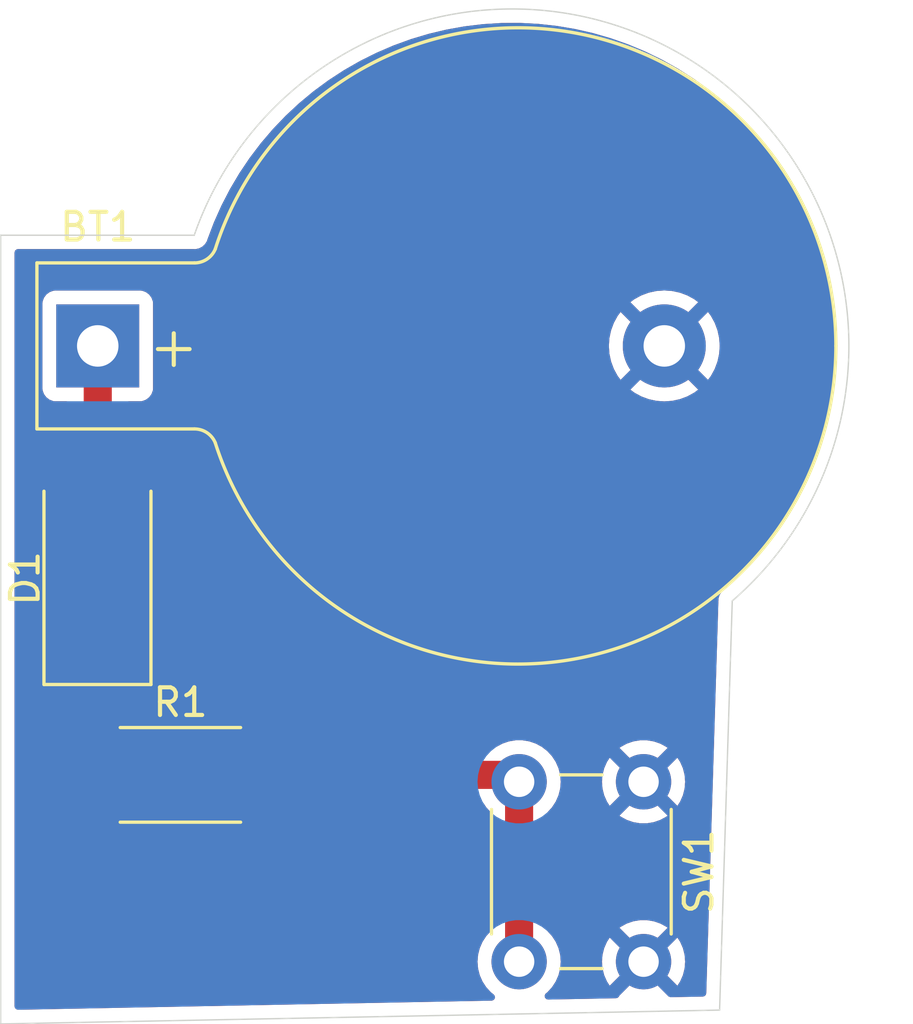
<source format=kicad_pcb>
(kicad_pcb (version 20240108) (generator "pcbnew") (generator_version "8.0")
  (layers (0 "F.Cu" signal) (31 "B.Cu" signal) (34 "B.Paste" user) (35 "F.Paste" user) (36 "B.SilkS" user "B.Silkscreen") (37 "F.SilkS" user "F.Silkscreen") (38 "B.Mask" user) (39 "F.Mask" user) (44 "Edge.Cuts" user))
  (net 0 "")
  (net 1 "Net-(BT1-+)")
  (net 2 "GND")
  (net 3 "Net-(D1-K)")
  (net 4 "Net-(SW1-B)")
  (footprint "Resistor_SMD:R_2512_6332Metric_Pad1.40x3.35mm_HandSolder" (layer "F.Cu") (at 135 101)
    (property "Reference" "R1" (at 0 -2.62 0) (layer "F.SilkS"))
    (property "Value" "R_US")
    (fp_line (start -2.177064 -1.71) (end 2.177064 -1.71) (stroke (width 0.12)) (layer "F.SilkS"))
    (fp_line (start -2.177064 1.71) (end 2.177064 1.71) (stroke (width 0.12)) (layer "F.SilkS"))
    (pad "1" smd roundrect (at -3.05 0) (size 1.4 3.35) (layers "F.Cu" "F.Paste" "F.Mask") (roundrect_rratio 0.178571) (net 3 "Net-(D1-K)"))
    (pad "2" smd roundrect (at 3.05 0) (size 1.4 3.35) (layers "F.Cu" "F.Paste" "F.Mask") (roundrect_rratio 0.178571) (net 4 "Net-(SW1-B)"))
  )
  (footprint "LED_SMD:LED_2512_6332Metric" (layer "F.Cu") (at 132 93.9 90)
    (property "Reference" "D1" (at 0 -2.62 90) (layer "F.SilkS"))
    (property "Value" "LED")
    (fp_line (start 3.15 -1.935) (end -3.835 -1.935) (stroke (width 0.12)) (layer "F.SilkS"))
    (fp_line (start -3.835 -1.935) (end -3.835 1.935) (stroke (width 0.12)) (layer "F.SilkS"))
    (fp_line (start -3.835 1.935) (end 3.15 1.935) (stroke (width 0.12)) (layer "F.SilkS"))
    (pad "1" smd roundrect (at -2.9 0 90) (size 1.35 3.35) (layers "F.Cu" "F.Paste" "F.Mask") (roundrect_rratio 0.185185) (net 3 "Net-(D1-K)"))
    (pad "2" smd roundrect (at 2.9 0 90) (size 1.35 3.35) (layers "F.Cu" "F.Paste" "F.Mask") (roundrect_rratio 0.185185) (net 1 "Net-(BT1-+)"))
  )
  (footprint "Battery:BatteryHolder_Keystone_103_1x20mm" (layer "F.Cu") (at 132.01 85.5)
    (property "Reference" "BT1" (at 0 -4.3 0) (layer "F.SilkS"))
    (property "Value" "Battery_Cell")
    (fp_line (start -2.2 -3) (end 3.5 -3) (stroke (width 0.12)) (layer "F.SilkS"))
    (fp_line (start -2.2 3) (end -2.2 -3) (stroke (width 0.12)) (layer "F.SilkS"))
    (fp_line (start -2.2 3) (end 3.5 3) (stroke (width 0.12)) (layer "F.SilkS"))
    (fp_arc (start 3.5 3) (mid 3.950694 3.136459) (end 4.25 3.5) (stroke (width 0.12)) (layer "F.SilkS"))
    (fp_arc (start 4.25 -3.5) (mid 3.950694 -3.136459) (end 3.5 -3) (stroke (width 0.12)) (layer "F.SilkS"))
    (fp_arc (start 4.25 -3.5) (mid 16.971103 -11.358466) (end 26.695671 0) (stroke (width 0.12)) (layer "F.SilkS"))
    (fp_arc (start 26.695671 0) (mid 16.971103 11.358466) (end 4.25 3.5) (stroke (width 0.12)) (layer "F.SilkS"))
    (fp_text user "+" (at 2.75 0 0) (layer "F.SilkS") (effects (font (size 1.5 1.5))))
    (pad "1" thru_hole rect (at 0 0) (size 3 3) (drill 1.5) (layers "*.Cu" "*.Mask") (net 1 "Net-(BT1-+)"))
    (pad "2" thru_hole circle (at 20.49 0) (size 3 3) (drill 1.5) (layers "*.Cu" "*.Mask") (net 2 "GND"))
  )
  (footprint "Button_Switch_THT:SW_PUSH_6mm" (layer "F.Cu") (at 151.75 101.25 -90)
    (property "Reference" "SW1" (at 3.25 -2 90) (layer "F.SilkS"))
    (property "Value" "SW_SPST")
    (fp_line (start 1 5.5) (end 5.5 5.5) (stroke (width 0.12)) (layer "F.SilkS"))
    (fp_line (start 6.75 3) (end 6.75 1.5) (stroke (width 0.12)) (layer "F.SilkS"))
    (fp_line (start -0.25 1.5) (end -0.25 3) (stroke (width 0.12)) (layer "F.SilkS"))
    (fp_line (start 5.5 -1) (end 1 -1) (stroke (width 0.12)) (layer "F.SilkS"))
    (pad "1" thru_hole circle (at 0 0) (size 2 2) (drill 1.1) (layers "*.Cu" "*.Mask") (net 2 "GND"))
    (pad "1" thru_hole circle (at 6.5 0) (size 2 2) (drill 1.1) (layers "*.Cu" "*.Mask") (net 2 "GND"))
    (pad "2" thru_hole circle (at 0 4.5) (size 2 2) (drill 1.1) (layers "*.Cu" "*.Mask") (net 4 "Net-(SW1-B)"))
    (pad "2" thru_hole circle (at 6.5 4.5) (size 2 2) (drill 1.1) (layers "*.Cu" "*.Mask") (net 4 "Net-(SW1-B)"))
  )
  (gr_line (start 135.500001 81.5) (end 128.5 81.5) (stroke (width 0.05)) (layer "Edge.Cuts"))
  (gr_line (start 128.5 81.5) (end 128.5 110) (stroke (width 0.05)) (layer "Edge.Cuts"))
  (gr_line (start 154.5 109.5) (end 154.958342 94.714922) (stroke (width 0.05)) (layer "Edge.Cuts"))
  (gr_line (start 128.5 110) (end 154.5 109.5) (stroke (width 0.05)) (layer "Edge.Cuts"))
  (gr_arc (start 135.500001 81.5) (mid 153.840641 75.427483) (end 154.958342 94.714922) (stroke (width 0.05)) (layer "Edge.Cuts"))
  (segment (start 132.01 85.5) (end 132.01 90.99) (width 1.016) (layer "F.Cu") (net 1))
  (segment (start 132.01 90.99) (end 132 91) (width 1.016) (layer "F.Cu") (net 1))
  (segment (start 132 96.8) (end 132 100.95) (width 1.016) (layer "F.Cu") (net 3))
  (segment (start 132 100.95) (end 131.95 101) (width 1.016) (layer "F.Cu") (net 3))
  (segment (start 147.25 101.25) (end 147.25 107.75) (width 1.016) (layer "F.Cu") (net 4))
  (segment (start 147 101) (end 147.25 101.25) (width 1.016) (layer "F.Cu") (net 4))
  (segment (start 138.05 101) (end 147 101) (width 1.016) (layer "F.Cu") (net 4))
  (zone (net 2) (net_name "GND") (layers "F&B.Cu") (connect_pads (clearance 0.5)) (min_thickness 0.25) (fill yes (thermal_gap 0.5) (thermal_bridge_width 0.5))
    (polygon (pts (xy 161.5 73.5) (xy 146 73) (xy 130 77) (xy 128.5 81.5) (xy 128.5 110) (xy 154.5 109.5) (xy 160 104) (xy 161 73.5)))
  )
)
</source>
